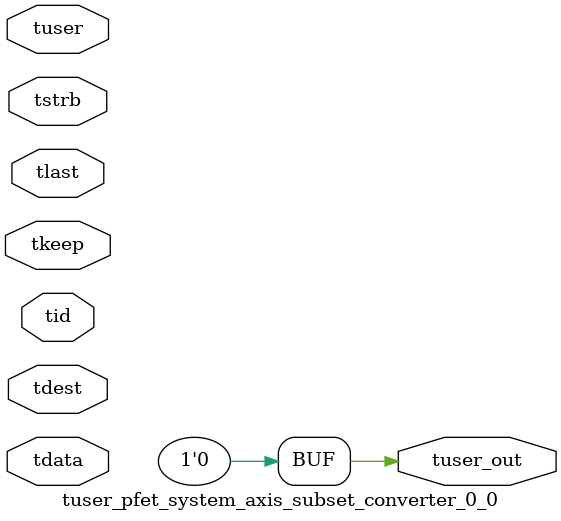
<source format=v>


`timescale 1ps/1ps

module tuser_pfet_system_axis_subset_converter_0_0 #
(
parameter C_S_AXIS_TUSER_WIDTH = 1,
parameter C_S_AXIS_TDATA_WIDTH = 32,
parameter C_S_AXIS_TID_WIDTH   = 0,
parameter C_S_AXIS_TDEST_WIDTH = 0,
parameter C_M_AXIS_TUSER_WIDTH = 1
)
(
input  [(C_S_AXIS_TUSER_WIDTH == 0 ? 1 : C_S_AXIS_TUSER_WIDTH)-1:0     ] tuser,
input  [(C_S_AXIS_TDATA_WIDTH == 0 ? 1 : C_S_AXIS_TDATA_WIDTH)-1:0     ] tdata,
input  [(C_S_AXIS_TID_WIDTH   == 0 ? 1 : C_S_AXIS_TID_WIDTH)-1:0       ] tid,
input  [(C_S_AXIS_TDEST_WIDTH == 0 ? 1 : C_S_AXIS_TDEST_WIDTH)-1:0     ] tdest,
input  [(C_S_AXIS_TDATA_WIDTH/8)-1:0 ] tkeep,
input  [(C_S_AXIS_TDATA_WIDTH/8)-1:0 ] tstrb,
input                                                                    tlast,
output [C_M_AXIS_TUSER_WIDTH-1:0] tuser_out
);

assign tuser_out = {1'b0};

endmodule


</source>
